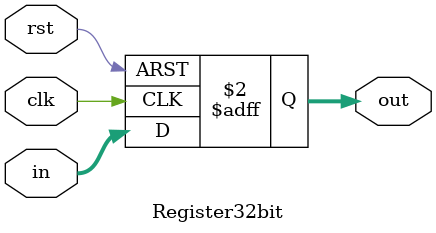
<source format=v>
module Register32bit (
    input wire clk,
    input wire rst,
    input wire [31:0] in,
    output reg [31:0] out
);

  always @(posedge clk or posedge rst) begin
    if (rst) begin
      out <= 32'b0;
    end else begin
      out <= in;
    end
  end

endmodule

</source>
